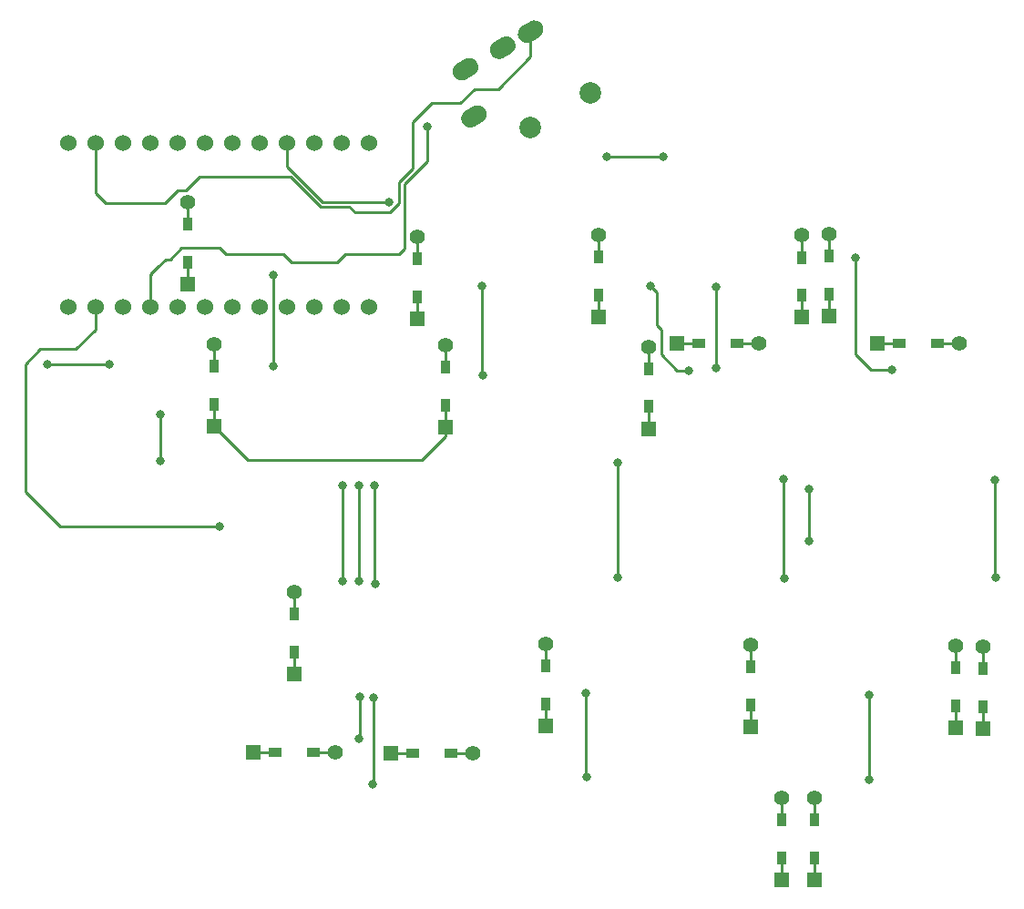
<source format=gtl>
G04 #@! TF.GenerationSoftware,KiCad,Pcbnew,(5.1.6-0-10_14)*
G04 #@! TF.CreationDate,2022-08-31T17:49:11+09:00*
G04 #@! TF.ProjectId,cool936,636f6f6c-3933-4362-9e6b-696361645f70,rev?*
G04 #@! TF.SameCoordinates,Original*
G04 #@! TF.FileFunction,Copper,L1,Top*
G04 #@! TF.FilePolarity,Positive*
%FSLAX46Y46*%
G04 Gerber Fmt 4.6, Leading zero omitted, Abs format (unit mm)*
G04 Created by KiCad (PCBNEW (5.1.6-0-10_14)) date 2022-08-31 17:49:11*
%MOMM*%
%LPD*%
G01*
G04 APERTURE LIST*
G04 #@! TA.AperFunction,SMDPad,CuDef*
%ADD10R,0.950000X1.300000*%
G04 #@! TD*
G04 #@! TA.AperFunction,ComponentPad*
%ADD11C,1.397000*%
G04 #@! TD*
G04 #@! TA.AperFunction,ComponentPad*
%ADD12R,1.397000X1.397000*%
G04 #@! TD*
G04 #@! TA.AperFunction,SMDPad,CuDef*
%ADD13R,1.300000X0.950000*%
G04 #@! TD*
G04 #@! TA.AperFunction,ComponentPad*
%ADD14C,1.524000*%
G04 #@! TD*
G04 #@! TA.AperFunction,ComponentPad*
%ADD15C,2.000000*%
G04 #@! TD*
G04 #@! TA.AperFunction,ViaPad*
%ADD16C,0.800000*%
G04 #@! TD*
G04 #@! TA.AperFunction,Conductor*
%ADD17C,0.250000*%
G04 #@! TD*
G04 APERTURE END LIST*
G04 #@! TA.AperFunction,ComponentPad*
G36*
G01*
X69513526Y17822531D02*
X68820706Y17422531D01*
G75*
G02*
X67659584Y17733653I-425000J736122D01*
G01*
X67659584Y17733653D01*
G75*
G02*
X67970706Y18894775I736122J425000D01*
G01*
X68663526Y19294775D01*
G75*
G02*
X69824648Y18983653I425000J-736122D01*
G01*
X69824648Y18983653D01*
G75*
G02*
X69513526Y17822531I-736122J-425000D01*
G01*
G37*
G04 #@! TD.AperFunction*
G04 #@! TA.AperFunction,ComponentPad*
G36*
G01*
X66915450Y16322531D02*
X66222630Y15922531D01*
G75*
G02*
X65061508Y16233653I-425000J736122D01*
G01*
X65061508Y16233653D01*
G75*
G02*
X65372630Y17394775I736122J425000D01*
G01*
X66065450Y17794775D01*
G75*
G02*
X67226572Y17483653I425000J-736122D01*
G01*
X67226572Y17483653D01*
G75*
G02*
X66915450Y16322531I-736122J-425000D01*
G01*
G37*
G04 #@! TD.AperFunction*
G04 #@! TA.AperFunction,ComponentPad*
G36*
G01*
X63451348Y14322531D02*
X62758528Y13922531D01*
G75*
G02*
X61597406Y14233653I-425000J736122D01*
G01*
X61597406Y14233653D01*
G75*
G02*
X61908528Y15394775I736122J425000D01*
G01*
X62601348Y15794775D01*
G75*
G02*
X63762470Y15483653I425000J-736122D01*
G01*
X63762470Y15483653D01*
G75*
G02*
X63451348Y14322531I-736122J-425000D01*
G01*
G37*
G04 #@! TD.AperFunction*
G04 #@! TA.AperFunction,ComponentPad*
G36*
G01*
X64252310Y9935225D02*
X63559490Y9535225D01*
G75*
G02*
X62398368Y9846347I-425000J736122D01*
G01*
X62398368Y9846347D01*
G75*
G02*
X62709490Y11007469I736122J425000D01*
G01*
X63402310Y11407469D01*
G75*
G02*
X64563432Y11096347I425000J-736122D01*
G01*
X64563432Y11096347D01*
G75*
G02*
X64252310Y9935225I-736122J-425000D01*
G01*
G37*
G04 #@! TD.AperFunction*
D10*
X36880000Y435000D03*
D11*
X36880000Y2470000D03*
D12*
X36880000Y-5150000D03*
D10*
X36880000Y-3115000D03*
X108220000Y-40795000D03*
D11*
X108220000Y-38760000D03*
D12*
X108220000Y-46380000D03*
D10*
X108220000Y-44345000D03*
X110750000Y-44375000D03*
D12*
X110750000Y-46410000D03*
D11*
X110750000Y-38790000D03*
D10*
X110750000Y-40825000D03*
D13*
X87925000Y-10620000D03*
D11*
X89960000Y-10620000D03*
D12*
X82340000Y-10620000D03*
D13*
X84375000Y-10620000D03*
D10*
X70160000Y-40605000D03*
D11*
X70160000Y-38570000D03*
D12*
X70160000Y-46190000D03*
D10*
X70160000Y-44155000D03*
D14*
X25772000Y7991400D03*
X28312000Y7991400D03*
X30852000Y7991400D03*
X33392000Y7991400D03*
X35932000Y7991400D03*
X38472000Y7991400D03*
X41012000Y7991400D03*
X43552000Y7991400D03*
X46092000Y7991400D03*
X48632000Y7991400D03*
X51172000Y7991400D03*
X53712000Y7991400D03*
X53712000Y-7228600D03*
X51172000Y-7228600D03*
X48632000Y-7228600D03*
X46092000Y-7228600D03*
X43552000Y-7228600D03*
X41012000Y-7228600D03*
X38472000Y-7228600D03*
X35932000Y-7228600D03*
X33392000Y-7228600D03*
X30852000Y-7228600D03*
X28312000Y-7228600D03*
X25772000Y-7228600D03*
D13*
X61305000Y-48730000D03*
D11*
X63340000Y-48730000D03*
D12*
X55720000Y-48730000D03*
D13*
X57755000Y-48730000D03*
D10*
X96480000Y-2535000D03*
D11*
X96480000Y-500000D03*
D12*
X96480000Y-8120000D03*
D10*
X96480000Y-6085000D03*
X75040000Y-2595000D03*
D11*
X75040000Y-560000D03*
D12*
X75040000Y-8180000D03*
D10*
X75040000Y-6145000D03*
D13*
X48555000Y-48660000D03*
D11*
X50590000Y-48660000D03*
D12*
X42970000Y-48660000D03*
D13*
X45005000Y-48660000D03*
D10*
X39350000Y-12745000D03*
D11*
X39350000Y-10710000D03*
D12*
X39350000Y-18330000D03*
D10*
X39350000Y-16295000D03*
D15*
X74324583Y12685000D03*
X68695417Y9435000D03*
D10*
X60810000Y-12805000D03*
D11*
X60810000Y-10770000D03*
D12*
X60810000Y-18390000D03*
D10*
X60810000Y-16355000D03*
X89230000Y-40645000D03*
D11*
X89230000Y-38610000D03*
D12*
X89230000Y-46230000D03*
D10*
X89230000Y-44195000D03*
D13*
X102965000Y-10620000D03*
D12*
X100930000Y-10620000D03*
D11*
X108550000Y-10620000D03*
D13*
X106515000Y-10620000D03*
D10*
X95100000Y-54905000D03*
D11*
X95100000Y-52870000D03*
D12*
X95100000Y-60490000D03*
D10*
X95100000Y-58455000D03*
X92090000Y-54905000D03*
D11*
X92090000Y-52870000D03*
D12*
X92090000Y-60490000D03*
D10*
X92090000Y-58455000D03*
X93900000Y-2625000D03*
D11*
X93900000Y-590000D03*
D12*
X93900000Y-8210000D03*
D10*
X93900000Y-6175000D03*
X58200000Y-2735000D03*
D11*
X58200000Y-700000D03*
D12*
X58200000Y-8320000D03*
D10*
X58200000Y-6285000D03*
X46790000Y-35765000D03*
D11*
X46790000Y-33730000D03*
D12*
X46790000Y-41350000D03*
D10*
X46790000Y-39315000D03*
X79720000Y-12955000D03*
D11*
X79720000Y-10920000D03*
D12*
X79720000Y-18540000D03*
D10*
X79720000Y-16505000D03*
D16*
X51230000Y-23860000D03*
X51270000Y-32720000D03*
X52870000Y-43480000D03*
X52790000Y-32720000D03*
X52790000Y-23800000D03*
X52820000Y-47370000D03*
X85960000Y-12940000D03*
X94640000Y-24170000D03*
X94640000Y-28970000D03*
X39810000Y-27680000D03*
X85960000Y-5340000D03*
X59140000Y9550000D03*
X34320000Y-21550000D03*
X34320000Y-17200000D03*
X29600000Y-12530000D03*
X23871000Y-12529000D03*
X54070000Y-51600000D03*
X44840000Y-12780000D03*
X44790000Y-4250000D03*
X54270000Y-32970000D03*
X54220000Y-23800000D03*
X54130000Y-43540000D03*
X64220000Y-5290000D03*
X64290000Y-13600000D03*
X76870000Y-32410000D03*
X76800000Y-21700000D03*
X73900000Y-43150000D03*
X73960000Y-50910000D03*
X55590000Y2540000D03*
X79900000Y-5250000D03*
X100240000Y-43320000D03*
X92300000Y-32490000D03*
X92240000Y-23210000D03*
X100240000Y-51190000D03*
X83420000Y-13130000D03*
X75850000Y6760000D03*
X111920000Y-23310000D03*
X102290000Y-13110000D03*
X111940000Y-32410000D03*
X98950000Y-2670000D03*
X81040000Y6730000D03*
D17*
X36880000Y2470000D02*
X36880000Y435000D01*
X36880000Y2230000D02*
X36880000Y195000D01*
X58200000Y-700000D02*
X58200000Y-2735000D01*
X75040000Y-560000D02*
X75040000Y-2595000D01*
X93900000Y-590000D02*
X93900000Y-2625000D01*
X96480000Y-500000D02*
X96480000Y-2535000D01*
X60810000Y-10770000D02*
X60810000Y-12805000D01*
X79720000Y-10920000D02*
X79720000Y-12955000D01*
X89960000Y-10620000D02*
X87925000Y-10620000D01*
X106515000Y-10620000D02*
X108550000Y-10620000D01*
X70160000Y-38570000D02*
X70160000Y-40605000D01*
X89230000Y-38610000D02*
X89230000Y-40645000D01*
X108220000Y-38760000D02*
X108220000Y-40795000D01*
X110750000Y-40825000D02*
X110750000Y-38790000D01*
X50590000Y-48660000D02*
X48555000Y-48660000D01*
X61305000Y-48730000D02*
X63340000Y-48730000D01*
X92090000Y-54905000D02*
X92090000Y-52870000D01*
X39350000Y-10710000D02*
X39350000Y-12745000D01*
X46790000Y-33730000D02*
X46790000Y-35765000D01*
X95100000Y-52870000D02*
X95100000Y-54905000D01*
X93900000Y-6175000D02*
X93900000Y-8210000D01*
X96480000Y-6085000D02*
X96480000Y-8120000D01*
X36880000Y-3355000D02*
X36880000Y-5390000D01*
X58200000Y-6285000D02*
X58200000Y-8320000D01*
X36880000Y-5150000D02*
X36880000Y-3115000D01*
X75040000Y-6145000D02*
X75040000Y-8180000D01*
X84375000Y-10620000D02*
X82340000Y-10620000D01*
X100930000Y-10620000D02*
X102965000Y-10620000D01*
X58614999Y-21425001D02*
X60810000Y-19230000D01*
X79720000Y-16505000D02*
X79720000Y-18540000D01*
X42445001Y-21425001D02*
X58614999Y-21425001D01*
X39350000Y-16295000D02*
X39350000Y-18330000D01*
X60810000Y-19230000D02*
X60810000Y-18390000D01*
X39350000Y-18330000D02*
X42445001Y-21425001D01*
X60810000Y-16355000D02*
X60810000Y-18390000D01*
X70160000Y-44155000D02*
X70160000Y-46190000D01*
X46790000Y-39315000D02*
X46790000Y-41350000D01*
X51270000Y-32720000D02*
X51270000Y-23900000D01*
X51270000Y-23900000D02*
X51230000Y-23860000D01*
X110750000Y-46410000D02*
X110750000Y-44375000D01*
X89230000Y-44195000D02*
X89230000Y-46230000D01*
X108220000Y-44345000D02*
X108220000Y-46380000D01*
X45005000Y-48660000D02*
X42970000Y-48660000D01*
X95100000Y-58455000D02*
X95100000Y-60490000D01*
X52870000Y-47320000D02*
X52820000Y-47370000D01*
X92090000Y-60490000D02*
X92090000Y-58455000D01*
X52870000Y-43480000D02*
X52870000Y-47320000D01*
X55720000Y-48730000D02*
X57755000Y-48730000D01*
X52790000Y-23800000D02*
X52790000Y-32720000D01*
X34790000Y2440000D02*
X29220000Y2440000D01*
X56529990Y4356400D02*
X56529990Y2406988D01*
X28312000Y7991400D02*
X28312000Y3348000D01*
X29220000Y2440000D02*
X28635000Y3025000D01*
X55683002Y1560000D02*
X52410000Y1560000D01*
X38000219Y4865001D02*
X36728217Y3592999D01*
X52410000Y1560000D02*
X51880010Y2089990D01*
X36728217Y3592999D02*
X35942999Y3592999D01*
X59520000Y11710000D02*
X57790000Y9980000D01*
X57790000Y5616410D02*
X56529990Y4356400D01*
X28635000Y3025000D02*
X28392000Y3268000D01*
X51880010Y2089990D02*
X49203599Y2089991D01*
X28312000Y3348000D02*
X28635000Y3025000D01*
X68742116Y18358653D02*
X68742116Y16024330D01*
X63524999Y13014999D02*
X62220000Y11710000D01*
X68742116Y16024330D02*
X65732785Y13014999D01*
X57790000Y9980000D02*
X57790000Y5616410D01*
X62220000Y11710000D02*
X59520000Y11710000D01*
X46428589Y4865001D02*
X38000219Y4865001D01*
X65732785Y13014999D02*
X63524999Y13014999D01*
X56529990Y2406988D02*
X55683002Y1560000D01*
X35942999Y3592999D02*
X34790000Y2440000D01*
X49203599Y2089991D02*
X46428589Y4865001D01*
X28312000Y-9328000D02*
X26470000Y-11170000D01*
X21820000Y-24450000D02*
X25050000Y-27680000D01*
X28312000Y-7228600D02*
X28312000Y-9328000D01*
X25050000Y-27680000D02*
X39810000Y-27680000D01*
X21820000Y-12540000D02*
X21820000Y-24450000D01*
X26470000Y-11170000D02*
X23190000Y-11170000D01*
X23190000Y-11170000D02*
X21820000Y-12540000D01*
X94640000Y-24170000D02*
X94640000Y-28970000D01*
X85960000Y-5340000D02*
X85960000Y-12940000D01*
X39800000Y-1720000D02*
X40398901Y-2318901D01*
X34110000Y-3510000D02*
X34820000Y-2800000D01*
X56481099Y-2318901D02*
X56980000Y-1820000D01*
X34820000Y-2800000D02*
X35220000Y-2800000D01*
X59140000Y6330000D02*
X59140000Y9550000D01*
X46550000Y-3090000D02*
X50767802Y-3090000D01*
X45778901Y-2318901D02*
X46550000Y-3090000D01*
X56980000Y-1820000D02*
X56980000Y4170000D01*
X56980000Y4170000D02*
X59140000Y6330000D01*
X50767802Y-3090000D02*
X51538901Y-2318901D01*
X51538901Y-2318901D02*
X56481099Y-2318901D01*
X40398901Y-2318901D02*
X45778901Y-2318901D01*
X35220000Y-2800000D02*
X36300000Y-1720000D01*
X36300000Y-1720000D02*
X39800000Y-1720000D01*
X33392000Y-7228600D02*
X33392000Y-4228000D01*
X33392000Y-4228000D02*
X34110000Y-3510000D01*
X34110000Y-3510000D02*
X33472000Y-4148000D01*
X34320000Y-21550000D02*
X34320000Y-17200000D01*
X29600000Y-12530000D02*
X23872000Y-12530000D01*
X23872000Y-12530000D02*
X23871000Y-12529000D01*
X44810000Y-12750000D02*
X44840000Y-12780000D01*
X44810000Y-9620000D02*
X44810000Y-12750000D01*
X44810000Y-4270000D02*
X44790000Y-4250000D01*
X44810000Y-4990000D02*
X44810000Y-4270000D01*
X54220000Y-32920000D02*
X54270000Y-32970000D01*
X54220000Y-23800000D02*
X54220000Y-32920000D01*
X44810000Y-9620000D02*
X44810000Y-4990000D01*
X54130000Y-51540000D02*
X54070000Y-51600000D01*
X54130000Y-43540000D02*
X54130000Y-51540000D01*
X73900000Y-50850000D02*
X73960000Y-50910000D01*
X64220000Y-5290000D02*
X64220000Y-13530000D01*
X46092000Y5838000D02*
X46355000Y5575000D01*
X46355000Y5575000D02*
X46172000Y5758000D01*
X76800000Y-32340000D02*
X76870000Y-32410000D01*
X76800000Y-21700000D02*
X76800000Y-23120000D01*
X46092000Y7991400D02*
X46092000Y5838000D01*
X55590000Y2540000D02*
X49390000Y2540000D01*
X64220000Y-13530000D02*
X64290000Y-13600000D01*
X49390000Y2540000D02*
X46355000Y5575000D01*
X73900000Y-43150000D02*
X73900000Y-50850000D01*
X76800000Y-21700000D02*
X76800000Y-32340000D01*
X80895000Y-11665000D02*
X80895000Y-9355000D01*
X82360000Y-13130000D02*
X80895000Y-11665000D01*
X80490000Y-8950000D02*
X80490000Y-5840000D01*
X80490000Y-5840000D02*
X79900000Y-5250000D01*
X80895000Y-9355000D02*
X80490000Y-8950000D01*
X83420000Y-13130000D02*
X82360000Y-13130000D01*
X92240000Y-32430000D02*
X92300000Y-32490000D01*
X100240000Y-43320000D02*
X100240000Y-51190000D01*
X92240000Y-23210000D02*
X92240000Y-32430000D01*
X98950000Y-5330000D02*
X98950000Y-11660000D01*
X98950000Y-5330000D02*
X98950000Y-2670000D01*
X111920000Y-23310000D02*
X111920000Y-32390000D01*
X111920000Y-32390000D02*
X111940000Y-32410000D01*
X75850000Y6760000D02*
X81010000Y6760000D01*
X81010000Y6760000D02*
X81040000Y6730000D01*
X98950000Y-11660000D02*
X100400000Y-13110000D01*
X100400000Y-13110000D02*
X102290000Y-13110000D01*
M02*

</source>
